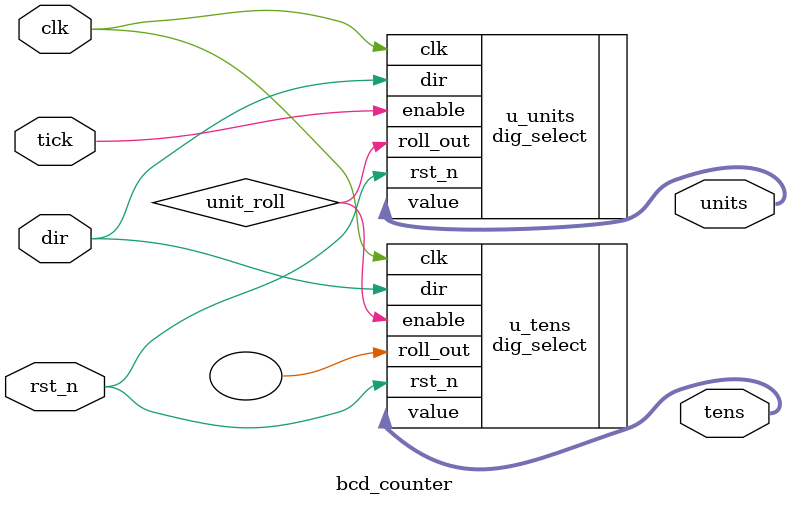
<source format=v>
`timescale 1ns / 1ps

module bcd_counter (
    input  wire clk,
    input  wire rst_n,
    input  wire tick,
    input  wire dir,          // 1 = up, 0 = down
    output wire [3:0] units,
    output wire [3:0] tens
);
    wire unit_roll; //carry signal from units to tens

     // generates 'unit_roll' when units digit overflows (up) or underflows (down)
    dig_select u_units (
        .clk(clk), .enable(tick), .dir(dir), .rst_n(rst_n),
        .value(units), .roll_out(unit_roll)
    );

    //counts when 'unit_roll' is active
    dig_select u_tens (
        .clk(clk), .enable(unit_roll), .dir(dir), .rst_n(rst_n),
        .value(tens), .roll_out()
    );
endmodule

</source>
